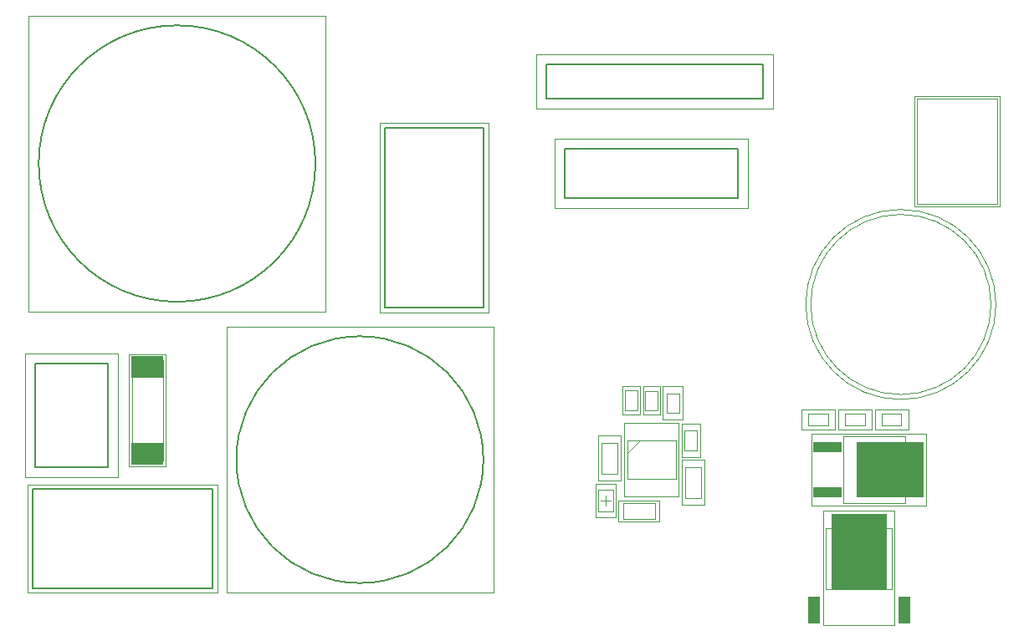
<source format=gtp>
G04 Layer_Color=8421504*
%FSLAX25Y25*%
%MOIN*%
G70*
G01*
G75*
%ADD10R,0.21850X0.30315*%
%ADD11R,0.04921X0.10630*%
%ADD12R,0.26772X0.21850*%
%ADD13R,0.11811X0.03937*%
%ADD14R,0.12717X0.08504*%
%ADD17C,0.00394*%
%ADD18C,0.00787*%
%ADD19C,0.00197*%
D10*
X535433Y227165D02*
D03*
D11*
X553425Y203937D02*
D03*
X517441D02*
D03*
D12*
X547835Y259843D02*
D03*
D13*
X522870Y250843D02*
D03*
Y268843D02*
D03*
D14*
X251969Y266240D02*
D03*
Y300689D02*
D03*
D17*
X588091Y325672D02*
G03*
X588091Y325672I-35925J0D01*
G01*
X544522Y282267D02*
X552396D01*
X544522Y277345D02*
Y282267D01*
Y277345D02*
X552396D01*
Y282267D01*
X529938D02*
X537812D01*
X529938Y277345D02*
Y282267D01*
Y277345D02*
X537812D01*
Y282267D01*
X515354D02*
X523228D01*
X515354Y277345D02*
Y282267D01*
Y277345D02*
X523228D01*
Y282267D01*
X441525Y240190D02*
Y246489D01*
X454123D01*
Y240190D02*
Y246489D01*
X441525Y240190D02*
X454123D01*
X466060Y267510D02*
X470981D01*
X466060D02*
Y275384D01*
X470981D01*
Y267510D02*
Y275384D01*
X463796Y282399D02*
Y290273D01*
X458875D02*
X463796D01*
X458875Y282399D02*
Y290273D01*
Y282399D02*
X463796D01*
X466158Y248497D02*
Y260899D01*
Y248497D02*
X472458D01*
Y260899D01*
X466158D02*
X472458D01*
X437433Y243208D02*
Y251869D01*
X431724Y243208D02*
Y251869D01*
Y243208D02*
X437433D01*
X431724Y251869D02*
X437433D01*
X439353Y258185D02*
Y270587D01*
X433054D02*
X439353D01*
X433054Y258185D02*
Y270587D01*
Y258185D02*
X439353D01*
X443110Y266457D02*
X448110Y271457D01*
X443110D02*
X462402D01*
Y256102D02*
Y271457D01*
X443110Y256102D02*
X462402D01*
X443110D02*
Y271457D01*
X442345Y283454D02*
X447267D01*
X442345D02*
Y291328D01*
X447267D01*
Y283454D02*
Y291328D01*
X455315Y283375D02*
Y291249D01*
X450394D02*
X455315D01*
X450394Y283375D02*
Y291249D01*
Y283375D02*
X455315D01*
X548720Y212008D02*
Y236496D01*
X522146Y212008D02*
Y236496D01*
X548720D01*
X522146Y212008D02*
X548720D01*
X529331Y246555D02*
X553819D01*
X529331Y273130D02*
X553819D01*
Y246555D02*
Y273130D01*
X529331Y246555D02*
Y273130D01*
X590551Y365748D02*
Y407717D01*
X558661D02*
X590551D01*
X558661Y365748D02*
Y407717D01*
Y365748D02*
X590551D01*
X245827Y303346D02*
X258110D01*
X245827Y263583D02*
Y303346D01*
Y263583D02*
X258110D01*
Y303346D01*
X432610Y247538D02*
X436547D01*
X434579Y245570D02*
Y249507D01*
X533465Y220472D02*
X537402D01*
X535433Y218504D02*
Y222441D01*
X414370Y364173D02*
X491142D01*
X414370D02*
Y391732D01*
X491142D01*
Y364173D02*
Y391732D01*
X539370Y257874D02*
Y261811D01*
X537402Y259843D02*
X541339D01*
X406811Y403839D02*
Y425492D01*
Y403839D02*
X501299D01*
Y425492D01*
X406811D02*
X501299D01*
X204331Y210630D02*
X279921D01*
X204331D02*
Y253937D01*
X279921D01*
Y210630D02*
Y253937D01*
X389764Y210630D02*
Y316929D01*
X283465Y210630D02*
X389764D01*
X283465D02*
Y316929D01*
X389764D01*
X387795Y322441D02*
Y398032D01*
X344488Y322441D02*
X387795D01*
X344488D02*
Y398032D01*
X387795D01*
X322835Y322835D02*
Y440945D01*
X204724D02*
X322835D01*
X204724Y322835D02*
Y440945D01*
Y322835D02*
X322835D01*
X203150Y306102D02*
X240157D01*
X203150Y256890D02*
Y306102D01*
Y256890D02*
X240157D01*
Y306102D01*
D18*
X336614Y312992D02*
G03*
X336614Y214567I0J-49213D01*
G01*
D02*
G03*
X336614Y312992I0J49213D01*
G01*
X208661Y381890D02*
G03*
X318898Y381890I55118J0D01*
G01*
D02*
G03*
X208661Y381890I-55118J0D01*
G01*
X418307Y368110D02*
X487205D01*
X418307D02*
Y387795D01*
X487205D01*
Y368110D02*
Y387795D01*
X410748Y407776D02*
Y421555D01*
Y407776D02*
X497362D01*
Y421555D01*
X410748D02*
X497362D01*
X206299Y212598D02*
X277953D01*
X206299D02*
Y251969D01*
X277953D01*
Y212598D02*
Y251969D01*
X385827Y324409D02*
Y396063D01*
X346457Y324409D02*
X385827D01*
X346457D02*
Y396063D01*
X385827D01*
X207087Y302165D02*
X236220D01*
X207087Y260827D02*
Y302165D01*
Y260827D02*
X236220D01*
Y302165D01*
D19*
X590059Y325672D02*
G03*
X590059Y325672I-37894J0D01*
G01*
X541766Y283743D02*
X555152D01*
X541766Y275869D02*
Y283743D01*
Y275869D02*
X555152D01*
Y283743D01*
X527182D02*
X540568D01*
X527182Y275869D02*
Y283743D01*
Y275869D02*
X540568D01*
Y283743D01*
X512598D02*
X525984D01*
X512598Y275869D02*
Y283743D01*
Y275869D02*
X525984D01*
Y283743D01*
X439714Y239166D02*
Y247513D01*
X455934D01*
Y239166D02*
Y247513D01*
X439714Y239166D02*
X455934D01*
X464781Y264852D02*
X472261D01*
X464781D02*
Y278041D01*
X472261D01*
Y264852D02*
Y278041D01*
X465273Y279643D02*
Y293029D01*
X457399D02*
X465273D01*
X457399Y279643D02*
Y293029D01*
Y279643D02*
X465273D01*
X464781Y245741D02*
Y263655D01*
Y245741D02*
X473836D01*
Y263655D01*
X464781D02*
X473836D01*
X438516Y240845D02*
Y254231D01*
X430642Y240845D02*
Y254231D01*
Y240845D02*
X438516D01*
X430642Y254231D02*
X438516D01*
X440731Y255429D02*
Y273343D01*
X431676D02*
X440731D01*
X431676Y255429D02*
Y273343D01*
Y255429D02*
X440731D01*
X441929Y278445D02*
X463583D01*
Y249114D02*
Y278445D01*
X441929Y249114D02*
X463583D01*
X441929D02*
Y278445D01*
X441302Y281643D02*
X448310D01*
X441302D02*
Y293139D01*
X448310D01*
Y281643D02*
Y293139D01*
X456201Y281643D02*
Y292981D01*
X449508D02*
X456201D01*
X449508Y281643D02*
Y292981D01*
Y281643D02*
X456201D01*
X549705Y197638D02*
Y243307D01*
X521161Y197638D02*
Y243307D01*
X549705D01*
X521161Y197638D02*
X549705D01*
X516535Y245571D02*
X562205D01*
X516535Y274114D02*
X562205D01*
Y245571D02*
Y274114D01*
X516535Y245571D02*
Y274114D01*
X591535Y364764D02*
Y408701D01*
X557677D02*
X591535D01*
X557677Y364764D02*
Y408701D01*
Y364764D02*
X591535D01*
X244626Y305925D02*
X259311D01*
X244626Y261004D02*
Y305925D01*
Y261004D02*
X259311D01*
Y305925D01*
M02*

</source>
